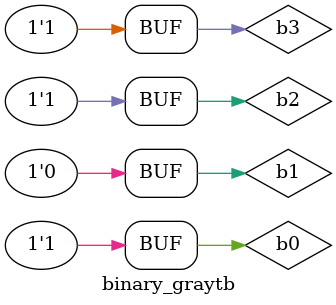
<source format=v>
`timescale 1ns / 1ps


module binary_graytb();
reg b3,b2,b1,b0;
wire g3,g2,g1,g0;
binary_gray uut (.b3(b3),.b2(b2),.b1(b1),.b0(b0),
.g3(g3),.g2(g2),.g1(g1),.g0(g0));
initial begin
{b3,b2,b1,b0}=4'b1101;
#10;
end
endmodule




</source>
